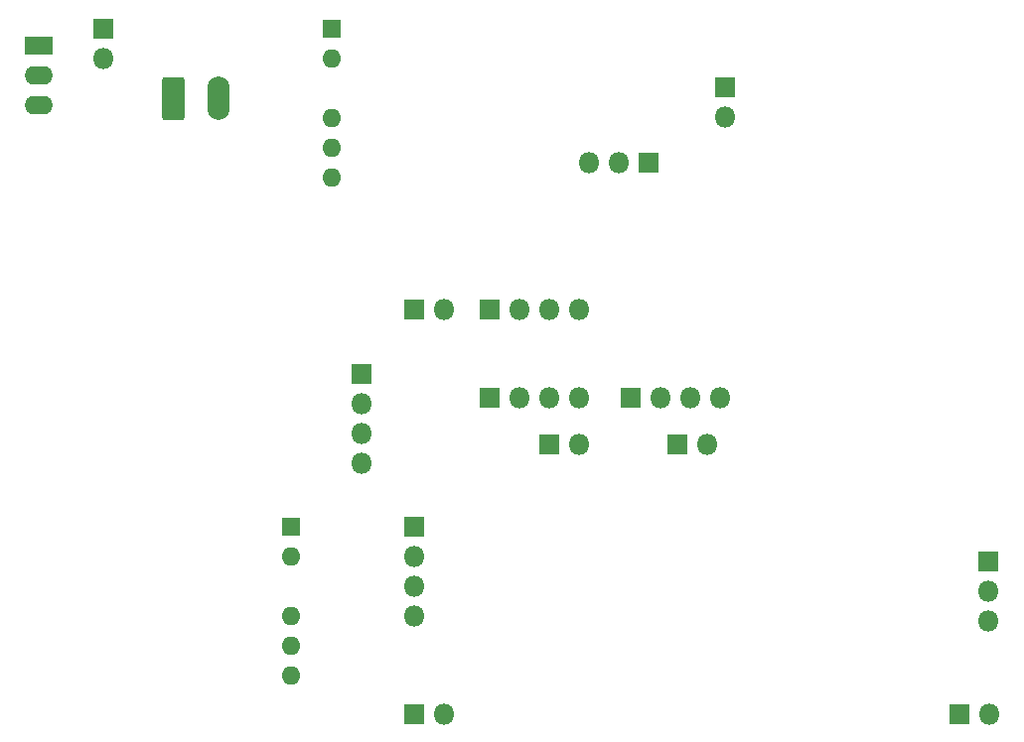
<source format=gbs>
%TF.GenerationSoftware,KiCad,Pcbnew,5.1.6-c6e7f7d~86~ubuntu20.04.1*%
%TF.CreationDate,2020-09-07T12:19:27+02:00*%
%TF.ProjectId,Measurment,4d656173-7572-46d6-956e-742e6b696361,rev?*%
%TF.SameCoordinates,Original*%
%TF.FileFunction,Soldermask,Bot*%
%TF.FilePolarity,Negative*%
%FSLAX46Y46*%
G04 Gerber Fmt 4.6, Leading zero omitted, Abs format (unit mm)*
G04 Created by KiCad (PCBNEW 5.1.6-c6e7f7d~86~ubuntu20.04.1) date 2020-09-07 12:19:27*
%MOMM*%
%LPD*%
G01*
G04 APERTURE LIST*
%ADD10O,1.800000X1.800000*%
%ADD11R,1.800000X1.800000*%
%ADD12O,1.900000X3.700000*%
%ADD13O,1.600000X1.600000*%
%ADD14R,1.600000X1.600000*%
%ADD15O,2.400000X1.600000*%
%ADD16R,2.400000X1.600000*%
G04 APERTURE END LIST*
D10*
%TO.C,J1*%
X91540000Y-75500000D03*
D11*
X89000000Y-75500000D03*
D10*
X96620000Y-75500000D03*
X94080000Y-75500000D03*
D11*
X77000000Y-68000000D03*
D10*
X84620000Y-68000000D03*
X79540000Y-68000000D03*
X82080000Y-68000000D03*
X84620000Y-75500000D03*
X82080000Y-75500000D03*
D11*
X77000000Y-75500000D03*
D10*
X79540000Y-75500000D03*
X73040000Y-68000000D03*
D11*
X70500000Y-68000000D03*
X93000000Y-79500000D03*
D10*
X95540000Y-79500000D03*
D11*
X82000000Y-79500000D03*
D10*
X84540000Y-79500000D03*
D11*
X66000000Y-73500000D03*
D10*
X66000000Y-78580000D03*
X66000000Y-76040000D03*
X66000000Y-81120000D03*
%TD*%
%TO.C,J2*%
X44000000Y-46540000D03*
D11*
X44000000Y-44000000D03*
D10*
X119500000Y-94580000D03*
X119500000Y-92040000D03*
D11*
X119500000Y-89500000D03*
X70500000Y-102500000D03*
X117000000Y-102500000D03*
D10*
X73040000Y-102500000D03*
X119540000Y-102500000D03*
D11*
X70500000Y-86500000D03*
D10*
X70500000Y-89040000D03*
X70500000Y-91580000D03*
X70500000Y-94120000D03*
D11*
X97000000Y-49000000D03*
D10*
X97000000Y-51540000D03*
X85420000Y-55500000D03*
D11*
X90500000Y-55500000D03*
D10*
X87960000Y-55500000D03*
%TD*%
D12*
%TO.C,J3*%
X53810000Y-50000000D03*
G36*
G01*
X49050000Y-51586111D02*
X49050000Y-48413889D01*
G75*
G02*
X49313889Y-48150000I263889J0D01*
G01*
X50686111Y-48150000D01*
G75*
G02*
X50950000Y-48413889I0J-263889D01*
G01*
X50950000Y-51586111D01*
G75*
G02*
X50686111Y-51850000I-263889J0D01*
G01*
X49313889Y-51850000D01*
G75*
G02*
X49050000Y-51586111I0J263889D01*
G01*
G37*
%TD*%
D13*
%TO.C,U7*%
X63500000Y-56700000D03*
X63500000Y-54160000D03*
X63500000Y-51620000D03*
X63500000Y-46540000D03*
D14*
X63500000Y-44000000D03*
%TD*%
D13*
%TO.C,U1*%
X60000000Y-99200000D03*
X60000000Y-96660000D03*
X60000000Y-94120000D03*
X60000000Y-89040000D03*
D14*
X60000000Y-86500000D03*
%TD*%
D15*
%TO.C,U5*%
X38500000Y-50580000D03*
X38500000Y-48040000D03*
D16*
X38500000Y-45500000D03*
%TD*%
M02*

</source>
